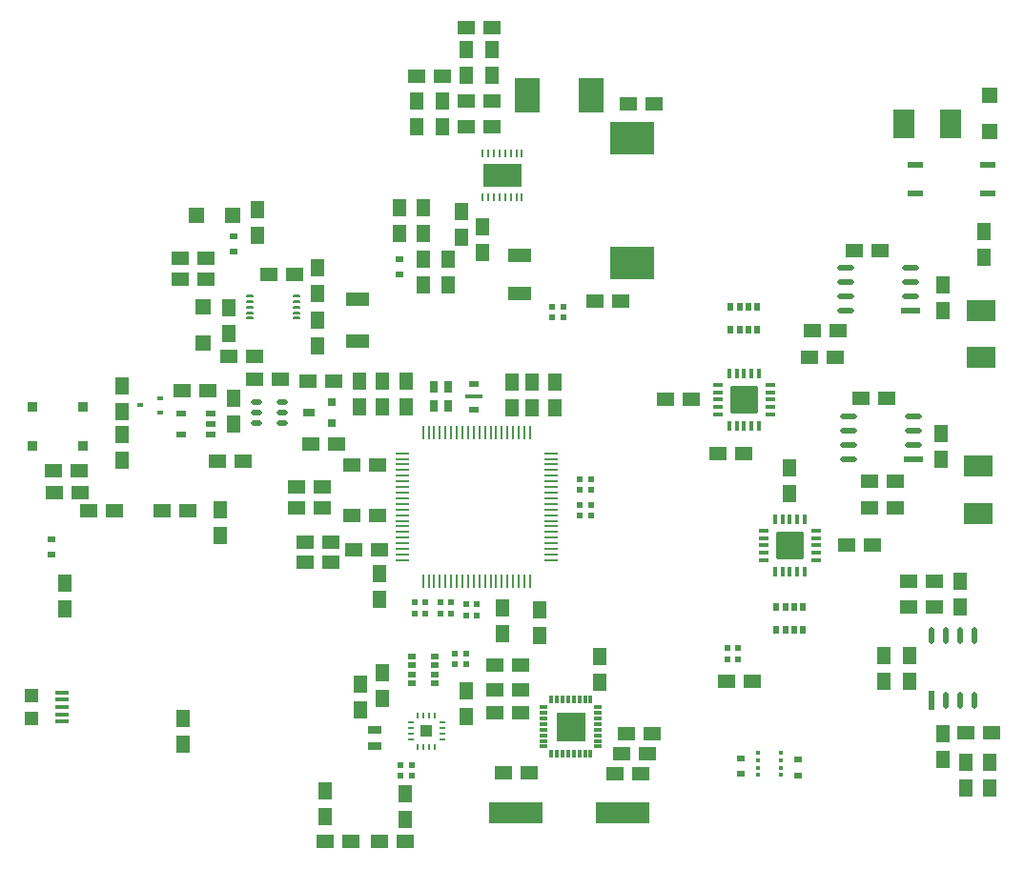
<source format=gtp>
*
*
G04 PADS VX.1.1 Build Number: 678707 generated Gerber (RS-274-X) file*
G04 PC Version=2.1*
*
%IN "pCO2SensorBoard1_4_3.pc"*%
*
%MOIN*%
*
%FSLAX35Y35*%
*
*
*
*
G04 PC Standard Apertures*
*
*
G04 Thermal Relief Aperture macro.*
%AMTER*
1,1,$1,0,0*
1,0,$1-$2,0,0*
21,0,$3,$4,0,0,45*
21,0,$3,$4,0,0,135*
%
*
*
G04 Annular Aperture macro.*
%AMANN*
1,1,$1,0,0*
1,0,$2,0,0*
%
*
*
G04 Odd Aperture macro.*
%AMODD*
1,1,$1,0,0*
1,0,$1-0.005,0,0*
%
*
*
G04 PC Custom Aperture Macros*
*
*
*
*
*
*
G04 PC Aperture Table*
*
%ADD011C,0.01*%
%ADD025R,0.1X0.1*%
%ADD087C,0.001*%
%ADD090R,0.06X0.05*%
%ADD095R,0.05X0.06*%
%ADD110R,0.00984X0.04921*%
%ADD111R,0.04921X0.00984*%
%ADD122R,0.01181X0.02756*%
%ADD123R,0.02756X0.01181*%
%ADD132R,0.05315X0.02362*%
%ADD191R,0.02756X0.01969*%
%ADD203R,0.042X0.042*%
%ADD204R,0.035X0.012*%
%ADD205R,0.012X0.035*%
%ADD206R,0.07874X0.07874*%
%ADD210R,0.05X0.025*%
%ADD326O,0.028X0.01*%
%ADD386R,0.15748X0.11811*%
%ADD387R,0.00984X0.0315*%
%ADD418R,0.01969X0.02756*%
%ADD430R,0.1378X0.07874*%
%ADD431R,0.055X0.055*%
%ADD432R,0.075X0.1*%
%ADD434R,0.0315X0.0315*%
%ADD435R,0.04331X0.0315*%
%ADD436R,0.01969X0.02362*%
%ADD437R,0.01575X0.01181*%
%ADD438R,0.02362X0.01969*%
%ADD441R,0.0315X0.03937*%
%ADD442R,0.03346X0.02362*%
%ADD443R,0.06299X0.01181*%
%ADD444R,0.185X0.075*%
%ADD445R,0.03X0.02*%
%ADD446R,0.04724X0.01181*%
%ADD447R,0.04921X0.04921*%
%ADD448R,0.07874X0.04724*%
%ADD449R,0.01969X0.01575*%
%ADD450R,0.03543X0.03543*%
%ADD453R,0.02X0.065*%
%ADD454O,0.02X0.06*%
%ADD458R,0.032X0.02*%
%ADD460R,0.1X0.075*%
%ADD461R,0.065X0.02*%
%ADD462O,0.06X0.02*%
%ADD469R,0.0075X0.022*%
%ADD470R,0.022X0.0075*%
%ADD493O,0.04X0.02*%
%ADD494R,0.085X0.12*%
%ADD503R,0.08X0.05*%
*
*
*
*
G04 PC Circuitry*
G04 Layer Name pCO2SensorBoard1_4_3.pc - circuitry*
%LPD*%
*
*
G04 PC Custom Flashes*
G04 Layer Name pCO2SensorBoard1_4_3.pc - flashes*
%LPD*%
*
*
G04 PC Circuitry*
G04 Layer Name pCO2SensorBoard1_4_3.pc - circuitry*
%LPD*%
*
G54D11*
G01X358800Y266300D02*
Y257700D01*
X350200*
Y266300*
X358800*
X366200Y206700D02*
Y215300D01*
X374800*
Y206700*
X366200*
X350200Y265799D02*
X358800D01*
X350200Y264899D02*
X358800D01*
X350200Y263999D02*
X358800D01*
X350200Y263099D02*
X358800D01*
X350200Y262199D02*
X358800D01*
X350200Y261299D02*
X358800D01*
X350200Y260399D02*
X358800D01*
X350200Y259499D02*
X358800D01*
X350200Y258599D02*
X358800D01*
X366200Y214799D02*
X374800D01*
X366200Y213899D02*
X374800D01*
X366200Y212999D02*
X374800D01*
X366200Y212099D02*
X374800D01*
X366200Y211199D02*
X374800D01*
X366200Y210299D02*
X374800D01*
X366200Y209399D02*
X374800D01*
X366200Y208499D02*
X374800D01*
X366200Y207599D02*
X374800D01*
G54D25*
X294000Y147500D03*
G54D87*
G54D90*
X267500Y152500D03*
X276500D03*
X267500Y160500D03*
X276500D03*
X158000Y265000D03*
X167000D03*
X183500Y277000D03*
X174500D03*
X404540Y262394D03*
X395540D03*
X402189Y314158D03*
X393189D03*
X378527Y285952D03*
X387527D03*
X386533Y276757D03*
X377533D03*
X313407Y145189D03*
X322407D03*
X311904Y137987D03*
X320904D03*
X266500Y366500D03*
X257500D03*
Y357500D03*
X266500D03*
X240000Y375000D03*
X249000D03*
X311500Y296500D03*
X302500D03*
X323000Y365500D03*
X314000D03*
X198000Y224000D03*
X207000D03*
X276500Y169000D03*
X267500D03*
X407500Y224000D03*
X398500D03*
Y233500D03*
X407500D03*
X211000Y268500D03*
X202000D03*
X203000Y246500D03*
X212000D03*
X309500Y131000D03*
X318500D03*
X279500Y131500D03*
X270500D03*
X227000Y107500D03*
X236000D03*
X210000Y212000D03*
X201000D03*
Y205000D03*
X210000D03*
X421000Y198500D03*
X412000D03*
X421000Y189500D03*
X412000D03*
X188400Y305700D03*
X197400D03*
X432000Y145500D03*
X441000D03*
X192500Y269000D03*
X183500D03*
X179500Y240500D03*
X170500D03*
X122000Y237000D03*
X113000D03*
X217000Y107500D03*
X208000D03*
X122500Y229500D03*
X113500D03*
X266500Y392000D03*
X257500D03*
X125500Y223000D03*
X134500D03*
X160000D03*
X151000D03*
X198000Y231500D03*
X207000D03*
X357500Y163500D03*
X348500D03*
X336000Y262000D03*
X327000D03*
X157500Y311500D03*
X166500D03*
Y304000D03*
X157500D03*
X354500Y243000D03*
X345500D03*
X390500Y211000D03*
X399500D03*
X217500Y221500D03*
X226500D03*
Y239000D03*
X217500D03*
X227000Y209500D03*
X218000D03*
G54D95*
X257500Y160000D03*
Y151000D03*
X438469Y320663D03*
Y311663D03*
X273306Y267956D03*
Y258956D03*
X283137Y188546D03*
Y179546D03*
X304025Y162955D03*
Y171955D03*
X171445Y214421D03*
Y223421D03*
X117021Y197824D03*
Y188824D03*
X174500Y294000D03*
Y285000D03*
X263000Y322500D03*
Y313500D03*
X255816Y327727D03*
Y318727D03*
X242500Y329000D03*
Y320000D03*
X249000Y357500D03*
Y366500D03*
X240000Y357500D03*
Y366500D03*
X251000Y302000D03*
Y311000D03*
X242500Y302000D03*
Y311000D03*
X234000Y320000D03*
Y329000D03*
X227000Y201000D03*
Y192000D03*
X158500Y141500D03*
Y150500D03*
X424000Y293000D03*
Y302000D03*
X423500Y241000D03*
Y250000D03*
X176000Y253500D03*
Y262500D03*
X236000Y124000D03*
Y115000D03*
X208000Y125000D03*
Y116000D03*
X280500Y259000D03*
Y268000D03*
X220000Y259500D03*
Y268500D03*
X228000Y259500D03*
Y268500D03*
X236500Y259500D03*
Y268500D03*
X288500Y259000D03*
Y268000D03*
X205400Y289700D03*
Y280700D03*
Y299200D03*
Y308200D03*
X403500Y163500D03*
Y172500D03*
X432000Y135000D03*
Y126000D03*
X137000Y257700D03*
Y266700D03*
X228000Y157500D03*
Y166500D03*
X220500Y153500D03*
Y162500D03*
X440500Y126000D03*
Y135000D03*
X424000Y136000D03*
Y145000D03*
X412500Y163500D03*
Y172500D03*
X430000Y189500D03*
Y198500D03*
X137000Y240700D03*
Y249700D03*
X257500Y375500D03*
Y384500D03*
X266500Y375500D03*
Y384500D03*
X184500Y319500D03*
Y328500D03*
X370500Y229000D03*
Y238000D03*
X270000Y189000D03*
Y180000D03*
G54D110*
X242299Y198417D03*
X244268D03*
X246236D03*
X248205D03*
X250173D03*
X252142D03*
X254110D03*
X256079D03*
X258047D03*
X260016D03*
X261984D03*
X263953D03*
X265921D03*
X267890D03*
X269858D03*
X271827D03*
X273795D03*
X275764D03*
X277732D03*
X279701D03*
Y250583D03*
X277732D03*
X275764D03*
X273795D03*
X271827D03*
X269858D03*
X267890D03*
X265921D03*
X263953D03*
X261984D03*
X260016D03*
X258047D03*
X256079D03*
X254110D03*
X252142D03*
X250173D03*
X248205D03*
X246236D03*
X244268D03*
X242299D03*
G54D111*
X234917Y243201D03*
Y241232D03*
Y239264D03*
Y237295D03*
Y235327D03*
Y233358D03*
Y231390D03*
Y229421D03*
Y227453D03*
Y225484D03*
Y223516D03*
Y221547D03*
Y219579D03*
Y217610D03*
Y215642D03*
Y213673D03*
Y211705D03*
Y209736D03*
Y207768D03*
Y205799D03*
X287083D03*
Y207768D03*
Y209736D03*
Y211705D03*
Y213673D03*
Y215642D03*
Y217610D03*
Y219579D03*
Y221547D03*
Y223516D03*
Y225484D03*
Y227453D03*
Y229421D03*
Y231390D03*
Y233358D03*
Y235327D03*
Y237295D03*
Y239264D03*
Y241232D03*
Y243201D03*
G54D122*
X300890Y157047D03*
X298921D03*
X296953D03*
X294984D03*
X293016D03*
X291047D03*
X289079D03*
X287110D03*
Y137953D03*
X289079D03*
X291047D03*
X293016D03*
X294984D03*
X296953D03*
X298921D03*
X300890D03*
G54D123*
X303547Y140610D03*
Y142579D03*
Y144547D03*
Y146516D03*
Y148484D03*
Y150453D03*
Y152421D03*
Y154390D03*
X284453D03*
Y152421D03*
Y150453D03*
Y148484D03*
Y146516D03*
Y144547D03*
Y142579D03*
Y140610D03*
G54D132*
X414303Y344000D03*
Y334000D03*
X439697D03*
Y344000D03*
G54D191*
X238465Y162776D03*
Y165925D03*
Y169075D03*
Y172224D03*
X246535D03*
Y169075D03*
Y165925D03*
Y162776D03*
G54D203*
X243500Y146000D03*
G54D204*
X345248Y267118D03*
Y264559D03*
Y262000D03*
Y259441D03*
Y256882D03*
X363752D03*
Y259441D03*
Y262000D03*
Y264559D03*
Y267118D03*
X379752Y205882D03*
Y208441D03*
Y211000D03*
Y213559D03*
Y216118D03*
X361248D03*
Y213559D03*
Y211000D03*
Y208441D03*
Y205882D03*
G54D205*
X359618Y271252D03*
X357059D03*
X354500D03*
X351941D03*
X349382D03*
Y252748D03*
X351941D03*
X354500D03*
X357059D03*
X359618D03*
X365382Y201748D03*
X367941D03*
X370500D03*
X373059D03*
X375618D03*
Y220252D03*
X373059D03*
X370500D03*
X367941D03*
X365382D03*
G54D206*
X354500Y262000D03*
X370500Y211000D03*
G54D210*
X225500Y146400D03*
Y140600D03*
G54D326*
X181600Y298140D03*
Y296170D03*
Y294200D03*
Y292230D03*
Y290260D03*
X198200D03*
Y292230D03*
Y294200D03*
Y296170D03*
Y298140D03*
G54D386*
X315500Y309650D03*
Y353350D03*
G54D387*
X276890Y348177D03*
X274921D03*
X272953D03*
X270984D03*
X269016D03*
X267047D03*
X265079D03*
X263110D03*
Y332823D03*
X265079D03*
X267047D03*
X269016D03*
X270984D03*
X272953D03*
X274921D03*
X276890D03*
G54D418*
X359224Y286465D03*
X356075D03*
X352925D03*
X349776D03*
Y294535D03*
X352925D03*
X356075D03*
X359224D03*
X365776Y189535D03*
X368925D03*
X372075D03*
X375224D03*
Y181465D03*
X372075D03*
X368925D03*
X365776D03*
G54D430*
X270000Y340500D03*
G54D431*
X165500Y294300D03*
Y281700D03*
X440500Y355700D03*
Y368300D03*
X175800Y326500D03*
X163200D03*
G54D432*
X426750Y358500D03*
X410250D03*
G54D434*
X210400Y253750D03*
Y261250D03*
G54D435*
X202400Y257500D03*
G54D436*
X252000Y187000D03*
X248299D03*
Y190937D03*
X252000D03*
X352500Y171000D03*
X348799D03*
Y174937D03*
X352500D03*
X257500Y190500D03*
X261201D03*
Y186563D03*
X257500D03*
X243000Y187000D03*
X239299D03*
Y190937D03*
X243000D03*
G54D437*
X359465Y130661D03*
Y133220D03*
Y135780D03*
Y138339D03*
X367535D03*
Y135780D03*
Y133220D03*
Y130661D03*
G54D438*
X257500Y173000D03*
Y169299D03*
X253563D03*
Y173000D03*
X291500Y294500D03*
Y290799D03*
X287563D03*
Y294500D03*
X238500Y134000D03*
Y130299D03*
X234563D03*
Y134000D03*
X297000Y230500D03*
Y234201D03*
X300937D03*
Y230500D03*
X297000Y221500D03*
Y225201D03*
X300937D03*
Y221500D03*
G54D441*
X246000Y266500D03*
Y259807D03*
X251118D03*
Y266500D03*
G54D442*
X260000Y267429D03*
Y258571D03*
G54D443*
Y263000D03*
G54D444*
X312201Y117500D03*
X274799D03*
G54D445*
X234000Y305783D03*
Y311217D03*
X112500Y207783D03*
Y213217D03*
X373500Y135967D03*
Y130533D03*
X353250Y131033D03*
Y136467D03*
X176000Y319217D03*
Y313783D03*
G54D446*
X116030Y159518D03*
Y156959D03*
Y154400D03*
Y151841D03*
Y149282D03*
G54D447*
X105400Y158337D03*
Y150463D03*
G54D448*
X219400Y282517D03*
Y297083D03*
G54D449*
X150543Y257441D03*
Y262559D03*
X143457Y260000D03*
G54D450*
X123400Y245800D03*
X105880D03*
X123400Y259580D03*
X105880D03*
G54D453*
X420000Y156700D03*
G54D454*
X425000D03*
X430000D03*
X435000D03*
Y179300D03*
X430000D03*
X425000D03*
X420000D03*
G54D458*
X168100Y249750D03*
Y253500D03*
Y257250D03*
X157900D03*
Y249750D03*
G54D460*
X436500Y238750D03*
Y222250D03*
X437500Y293250D03*
Y276750D03*
G54D461*
X413800Y241000D03*
X412800Y293000D03*
G54D462*
X413800Y246000D03*
Y251000D03*
Y256000D03*
X391200D03*
Y251000D03*
Y246000D03*
Y241000D03*
X412800Y298000D03*
Y303000D03*
Y308000D03*
X390200D03*
Y303000D03*
Y298000D03*
Y293000D03*
G54D469*
X240547Y140539D03*
X242516D03*
X244484D03*
X246453D03*
Y151465D03*
X244484D03*
X242516D03*
X240547D03*
G54D470*
X248965Y143047D03*
Y145016D03*
Y146984D03*
Y148953D03*
X238039D03*
Y146984D03*
Y145016D03*
Y143047D03*
G54D493*
X193000Y253760D03*
Y257500D03*
Y261240D03*
X184000D03*
Y257500D03*
Y253760D03*
G54D494*
X278800Y368500D03*
X301200D03*
G54D503*
X275949Y312435D03*
Y298935D03*
X0Y0D02*
M02*

</source>
